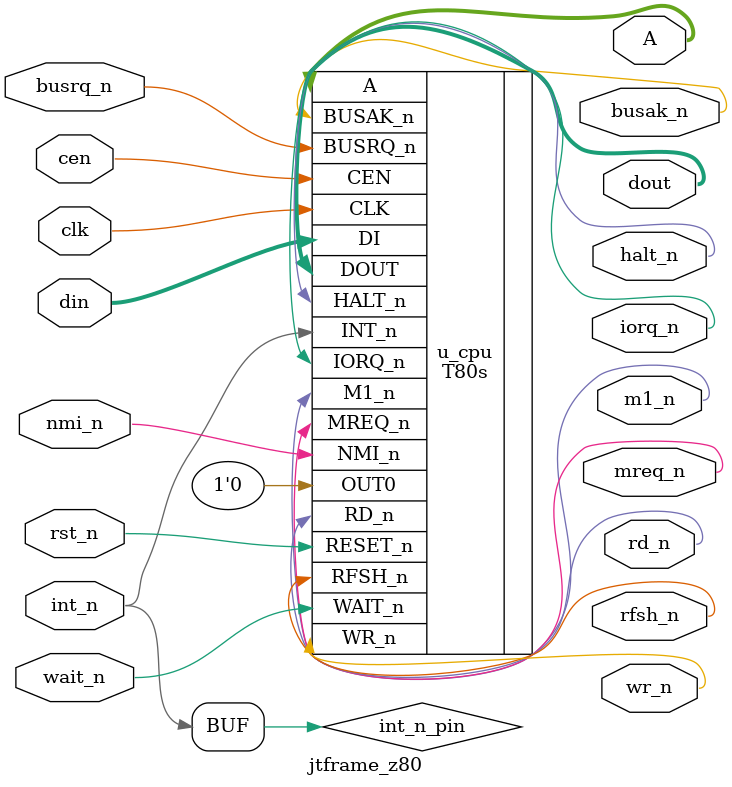
<source format=v>
/*  This file is part of JTFRAME.
      JTFRAME program is free software: you can redistribute it and/or modify
      it under the terms of the GNU General Public License as published by
      the Free Software Foundation, either version 3 of the License, or
      (at your option) any later version.

      JTFRAME program is distributed in the hope that it will be useful,
      but WITHOUT ANY WARRANTY; without even the implied warranty of
      MERCHANTABILITY or FITNESS FOR A PARTICULAR PURPOSE.  See the
      GNU General Public License for more details.

      You should have received a copy of the GNU General Public License
      along with JTFRAME.  If not, see <http://www.gnu.org/licenses/>.

      Author: Jose Tejada Gomez. Twitter: @topapate
      Version: 1.0
      Date: 24-4-2019

      Originally based on a file from:
          Milkymist VJ SoC, Sebastien Bourdeauducq and Das Labor
*/

// This is a wrapper to select the right Z80
// depending on whether we are running simulations
// or synthesis

`ifndef VERILATOR_KEEP_CPU
/* verilator tracing_off */
`endif
/* verilator coverage_off */
// This is a wrapper for jtframe_sysz80_nvram, for volatile RAM
module jtframe_sysz80(
    input         rst_n,
    input         clk,
    input         cen,
    output        cpu_cen,
    input         int_n, // see CLR_INT parameter below
    input         nmi_n,
    input         busrq_n,
    output        m1_n,
    output        mreq_n,
    output        iorq_n,
    output        rd_n,
    output        wr_n,
    output        rfsh_n,
    output        halt_n,
    output        busak_n,
    output [15:0] A,
    input  [7:0]  cpu_din,
    output [7:0]  cpu_dout,
    output [7:0]  ram_dout,
    // ROM access
    input         ram_cs,
    input         rom_cs,
    input         rom_ok
);
    parameter
        RAM_AW   = 12,
        CLR_INT  = 0,   // if 0, int_n is the Z80 port, if 1, int_n is latched and cleared with m1 and iorq signals
        M1_WAIT  = 0,
        RECOVERY = 1;

    jtframe_sysz80_nvram#(
        .RAM_AW  ( RAM_AW   ),
        .CLR_INT ( CLR_INT  ),
        .M1_WAIT ( M1_WAIT  ),
        .RECOVERY( RECOVERY )
    ) u_sysz80_nvram(
        .rst_n      ( rst_n     ),
        .clk        ( clk       ),
        .cen        ( cen       ),
        .cpu_cen    ( cpu_cen   ),
        .int_n      ( int_n     ), // see CLR_INT parameter below
        .nmi_n      ( nmi_n     ),
        .busrq_n    ( busrq_n   ),
        .m1_n       ( m1_n      ),
        .mreq_n     ( mreq_n    ),
        .iorq_n     ( iorq_n    ),
        .rd_n       ( rd_n      ),
        .wr_n       ( wr_n      ),
        .rfsh_n     ( rfsh_n    ),
        .halt_n     ( halt_n    ),
        .busak_n    ( busak_n   ),
        .A          ( A         ),
        .cpu_din    ( cpu_din   ),
        .cpu_dout   ( cpu_dout  ),
        .ram_dout   ( ram_dout  ),
        // NVRAM dump/restoration
        .prog_addr  (           ),
        .prog_data  ( 8'd0      ),
        .prog_din   (           ),
        .prog_we    ( 1'b0      ),
        // ROM access
        .ram_cs     ( ram_cs    ),
        .rom_cs     ( rom_cs    ),
        .rom_ok     ( rom_ok    )
    );
endmodule

///////////////////////////////////////////////////////////////

module jtframe_sysz80_nvram#( parameter
    RAM_AW   = 12,
    CLR_INT  = 0,  // if 0, int_n is the Z80 port, if 1, int_n is latched and cleared with m1 and iorq signals
    M1_WAIT  = 0,
    RECOVERY = 1
)(
    input         rst_n,
    input         clk,
    input         cen,
    output        cpu_cen,
    input         int_n, // see CLR_INT parameter below
    input         nmi_n,
    input         busrq_n,
    output        m1_n,
    output        mreq_n,
    output        iorq_n,
    output        rd_n,
    output        wr_n,
    output        rfsh_n,
    output        halt_n,
    output        busak_n,
    output [15:0] A,
    input  [7:0]  cpu_din,
    output [7:0]  cpu_dout,
    output [7:0]  ram_dout,
    // NVRAM dump/restoration
    input  [RAM_AW-1:0] prog_addr,
    input  [7:0]        prog_data,
    output [7:0]        prog_din,
    input               prog_we,
    // ROM access
    input         ram_cs,
    input         rom_cs,
    input         rom_ok
);

`ifdef SIMULATION
`ifndef VERILATOR
always @(negedge rst_n ) begin
    if( busrq_n === 1'bz ) begin
        $display("ERROR: assertion failed at %m.\n\tBus request signal is floating");
        $finish;
    end
end
`endif
`endif

    wire ram_we = ram_cs & ~wr_n;

    //wire clk_ram = clk & cpu_cen;

    jtframe_dual_nvram #(.AW(RAM_AW)) u_ram(
        // regular access
        .clk0   ( clk         ), // clk_ram may be needed (?)
        .data0  ( cpu_dout    ),
        .addr0  ( A[RAM_AW-1:0]),
        .we0    ( ram_we      ),
        .q0     ( ram_dout    ),
        // NVRAM interface
        .clk1   ( clk         ), // should really use clk_rom
        .addr1a (             ),
        .addr1b ( prog_addr   ),
        .sel_b  ( 1'b1        ),
        .we_b   ( prog_we     ),
        .data1  ( prog_data   ),
        .q1     ( prog_din    )
    );

    jtframe_z80_romwait #(.RECOVERY(RECOVERY),.CLR_INT(CLR_INT)) u_z80wait(
        .rst_n      ( rst_n     ),
        .clk        ( clk       ),
        .cen        ( cen       ),
        .cpu_cen    ( cpu_cen   ),
        .int_n      ( int_n     ),
        .nmi_n      ( nmi_n     ),
        .busrq_n    ( busrq_n   ),
        .m1_n       ( m1_n      ),
        .mreq_n     ( mreq_n    ),
        .iorq_n     ( iorq_n    ),
        .rd_n       ( rd_n      ),
        .wr_n       ( wr_n      ),
        .rfsh_n     ( rfsh_n    ),
        .halt_n     ( halt_n    ),
        .busak_n    ( busak_n   ),
        .A          ( A         ),
        .din        ( cpu_din   ),
        .dout       ( cpu_dout  ),
        .rom_cs     ( rom_cs    ),
        .rom_ok     ( rom_ok    )
    );

endmodule

module jtframe_z80_romwait (
    input         rst_n,
    input         clk,
    input         cen,
    output        cpu_cen,
    input         int_n,
    input         nmi_n,
    input         busrq_n,
    output        m1_n,
    output        mreq_n,
    output        iorq_n,
    output        rd_n,
    output        wr_n,
    output        rfsh_n,
    output        halt_n,
    output        busak_n,
    output [15:0] A,
    input  [7:0]  din,
    output [7:0]  dout,
    // ROM access
    input         rom_cs,
    input         rom_ok
);
    parameter RECOVERY=1,
              CLR_INT  = 0;  // if 0, int_n is the Z80 port
                // if 1, int_n is latched and cleared with m1 and iorq signals

    jtframe_z80_devwait #(.RECOVERY(RECOVERY),.CLR_INT(CLR_INT)) u_z80_devwait(
        .rst_n      ( rst_n     ),
        .clk        ( clk       ),
        .cen        ( cen       ),
        .cpu_cen    ( cpu_cen   ),
        .int_n      ( int_n     ),
        .nmi_n      ( nmi_n     ),
        .busrq_n    ( busrq_n   ),
        .m1_n       ( m1_n      ),
        .mreq_n     ( mreq_n    ),
        .iorq_n     ( iorq_n    ),
        .rd_n       ( rd_n      ),
        .wr_n       ( wr_n      ),
        .rfsh_n     ( rfsh_n    ),
        .halt_n     ( halt_n    ),
        .busak_n    ( busak_n   ),
        .A          ( A         ),
        .din        ( din       ),
        .dout       ( dout      ),
        // ROM access
        .rom_cs     ( rom_cs    ),
        .rom_ok     ( rom_ok    ),
        .dev_busy   ( 1'b0      )
    );
endmodule

// Note that this Z80 operates one clock cycle behind cpu_cen
// Because of the internal gating done to it
module jtframe_z80_devwait (
    input         rst_n,
    input         clk,
    input         cen,
    output        cpu_cen,
    input         int_n,
    input         nmi_n,
    input         busrq_n,
    output        m1_n,
    output        mreq_n,
    output        iorq_n,
    output        rd_n,
    output        wr_n,
    output        rfsh_n,
    output        halt_n,
    output        busak_n,
    output [15:0] A,
    input  [7:0]  din,
    output [7:0]  dout,
    // ROM access
    input         rom_cs,
    input         rom_ok,
    input         dev_busy
);

    parameter M1_WAIT = 0, // wait states after M1 goes down
              RECOVERY= 1, // enable clock cycle recovery
              CLR_INT = 0; // if 0, int_n is the Z80 port
                // if 1, int_n is latched and cleared with m1 and iorq signals

    wire wait_n;

    `ifdef SIMULATION
    integer rstd=0;

    // It waits for a second reset signal, so
    // the download is over
    always @(negedge rst_n) rstd <= rstd + 1;

    always @(posedge clk) begin
        if( A === 16'hXXXX && rst_n && rstd>1 ) begin
            $display("\nError: Z80 address bus is XXXX (%m)\n");
            $finish;
        end
    end
    `endif

    generate
        if( M1_WAIT>0 ) begin
            reg [M1_WAIT-1:0] wsh;
            reg m1n_l;
            always @(posedge clk, negedge rst_n ) begin
                if( !rst_n ) begin
                    wsh <= 0;
                end else if(cen) begin
                    m1n_l <= m1_n;
                    if( !m1_n && m1n_l ) wsh <= {M1_WAIT{1'b1}};
                    else wsh <= wsh>>1;
                end
            end
            assign wait_n = ~wsh[0];
        end else begin
            assign wait_n = 1;
        end
    endgenerate

    jtframe_z80wait #(1,RECOVERY) u_wait(
        .rst_n      ( rst_n     ),
        .clk        ( clk       ),
        .cen_in     ( cen       ),
        .cen_out    ( cpu_cen   ),
        .gate       (           ),
        .iorq_n     ( iorq_n    ),
        .mreq_n     ( mreq_n    ),
        .busak_n    ( busak_n   ),
        // manage access to shared memory
        .dev_busy   ( dev_busy  ),
        // manage access to ROM data from SDRAM
        .rom_cs     ( rom_cs    ),
        .rom_ok     ( rom_ok    )
    );

    jtframe_z80 #(.CLR_INT(CLR_INT)) u_cpu(
        .rst_n    ( rst_n     ),
        .clk      ( clk       ),
        .cen      ( cpu_cen   ),
        .wait_n   ( wait_n    ),
        .int_n    ( int_n     ),
        .nmi_n    ( nmi_n     ),
        .busrq_n  ( busrq_n   ),
        .m1_n     ( m1_n      ),
        .mreq_n   ( mreq_n    ),
        .iorq_n   ( iorq_n    ),
        .rd_n     ( rd_n      ),
        .wr_n     ( wr_n      ),
        .rfsh_n   ( rfsh_n    ),
        .halt_n   ( halt_n    ),
        .busak_n  ( busak_n   ),
        .A        ( A         ),
        .din      ( din       ),
        .dout     ( dout      )
    );

endmodule

/////////////////////////////////////////////////////////////////////

module jtframe_z80 (
    input         rst_n,
    input         clk,
    input         cen,
    input         wait_n,
    input         int_n,
    input         nmi_n,
    input         busrq_n,
    output        m1_n,
    output        mreq_n,
    output        iorq_n,
    output        rd_n,
    output        wr_n,
    output        rfsh_n,
    output        halt_n,
    output        busak_n,
    output [15:0] A,
    input  [7:0]  din,
    output [7:0]  dout
);
    parameter CLR_INT  = 0;  // if 0, int_n is the Z80 port
                // if 1, int_n is latched and cleared with m1 and iorq signals

    wire int_n_pin;

    generate
        if( CLR_INT==1 ) begin
            // This is the most common logic used to handle interrupts
            reg int_ff, intn_l;
            always @(posedge clk, negedge rst_n) begin
                if( !rst_n ) begin
                    int_ff <= 0;
                    intn_l <= 0;
                end else begin
                    intn_l <= int_n;
                    if( !m1_n && !iorq_n )
                        int_ff <= 0;
                    else if( !int_n && intn_l ) int_ff <= 1;
                end
            end
            assign int_n_pin = ~int_ff;
        end else begin
            assign int_n_pin = int_n;
        end
    endgenerate

    // By default use tv80s for simulation only.
    // This can be overridden by defining VHDLZ80 or TV80S explicitly
    `ifndef VHDLZ80
    `ifndef TV80S
    `ifndef MODELSIM

    `ifdef SIMULATION
          `define TV80S
          initial $display("WARNING: Using Verilog version of T80 for simulation.");
    `else
          `define VHDLZ80
    `endif

    `endif
    `endif
    `endif

    T80s u_cpu(
        .RESET_n    ( rst_n       ),
        .CLK        ( clk         ),
        .CEN        ( cen         ),
        .WAIT_n     ( wait_n      ),
        .INT_n      ( int_n_pin   ),
        .NMI_n      ( nmi_n       ),
        .RD_n       ( rd_n        ),
        .WR_n       ( wr_n        ),
        .A          ( A           ),
        .DI         ( din         ),
        .DOUT       ( dout        ),
        .IORQ_n     ( iorq_n      ),
        .M1_n       ( m1_n        ),
        .MREQ_n     ( mreq_n      ),
        .BUSRQ_n    ( busrq_n     ),
        .BUSAK_n    ( busak_n     ),
        .RFSH_n     ( rfsh_n      ),
        .OUT0       ( 1'b0        ),
        .HALT_n     ( halt_n      )
    );

    /* verilator tracing_on */

endmodule // jtframe_z80
</source>
